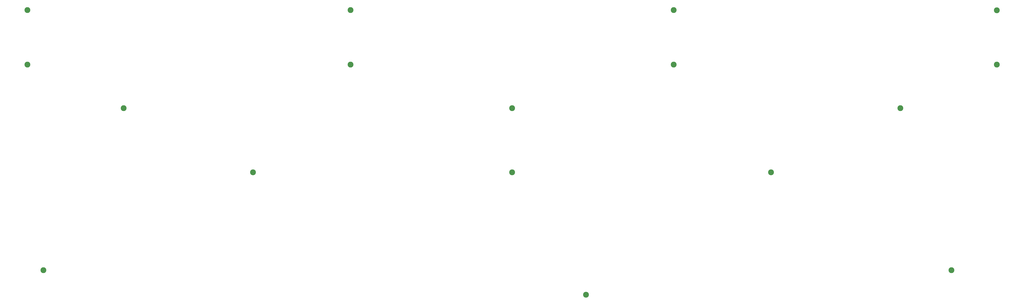
<source format=gbr>
%TF.GenerationSoftware,Altium Limited,Altium Designer,22.1.2 (22)*%
G04 Layer_Color=0*
%FSLAX45Y45*%
%MOMM*%
%TF.SameCoordinates,F114383E-4EF1-40AE-95FF-7B5D4795C035*%
%TF.FilePolarity,Positive*%
%TF.FileFunction,Plated,1,2,PTH,Drill*%
%TF.Part,Single*%
G01*
G75*
%TA.AperFunction,ComponentDrill*%
%ADD14C,2.26060*%
D14*
X22898100Y5702300D02*
D03*
X12898100D02*
D03*
X32898099D02*
D03*
X37898099Y8182700D02*
D03*
X22898100D02*
D03*
X7898100D02*
D03*
X4178300Y9867900D02*
D03*
Y11976100D02*
D03*
X41617899Y9867900D02*
D03*
X29138000D02*
D03*
X16658157Y11976100D02*
D03*
Y9867900D02*
D03*
X4800600Y1917700D02*
D03*
X25755600Y965200D02*
D03*
X39865302Y1917700D02*
D03*
X29138016Y11976100D02*
D03*
X41617899Y11969750D02*
D03*
%TF.MD5,87430ec07bef45c5450c2db9557e881f*%
M02*

</source>
